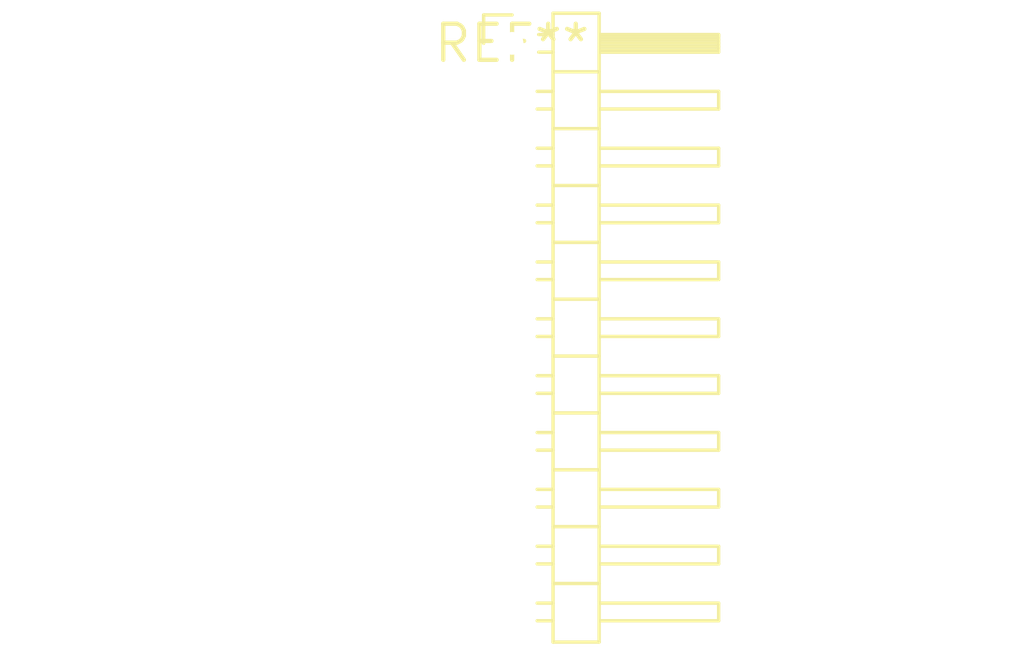
<source format=kicad_pcb>
(kicad_pcb (version 20240108) (generator pcbnew)
  (layers (0 "F.Cu" signal) (31 "B.Cu" signal) (34 "B.Paste" user) (35 "F.Paste" user) (36 "B.SilkS" user "B.Silkscreen") (37 "F.SilkS" user "F.Silkscreen") (38 "B.Mask" user) (39 "F.Mask" user) (44 "Edge.Cuts" user))
  (net 0 "")
  (footprint "PinHeader_1x11_P2.00mm_Horizontal" (layer "F.Cu") (at 0 0)
    (property "Reference" "REF**")
    (property "Value" "PinHeader_1x11_P2.00mm_Horizontal")
    (fp_line (start -1 -1) (end 0 -1) (layer "F.SilkS") (stroke (width 0.12)))
    (fp_line (start -1 0) (end -1 -1) (layer "F.SilkS") (stroke (width 0.12)))
    (fp_line (start 0.882114 1.69) (end 1.44 1.69) (layer "F.SilkS") (stroke (width 0.12)))
    (fp_line (start 0.882114 2.31) (end 1.44 2.31) (layer "F.SilkS") (stroke (width 0.12)))
    (fp_line (start 0.882114 3.69) (end 1.44 3.69) (layer "F.SilkS") (stroke (width 0.12)))
    (fp_line (start 0.882114 4.31) (end 1.44 4.31) (layer "F.SilkS") (stroke (width 0.12)))
    (fp_line (start 0.882114 5.69) (end 1.44 5.69) (layer "F.SilkS") (stroke (width 0.12)))
    (fp_line (start 0.882114 6.31) (end 1.44 6.31) (layer "F.SilkS") (stroke (width 0.12)))
    (fp_line (start 0.882114 7.69) (end 1.44 7.69) (layer "F.SilkS") (stroke (width 0.12)))
    (fp_line (start 0.882114 8.31) (end 1.44 8.31) (layer "F.SilkS") (stroke (width 0.12)))
    (fp_line (start 0.882114 9.69) (end 1.44 9.69) (layer "F.SilkS") (stroke (width 0.12)))
    (fp_line (start 0.882114 10.31) (end 1.44 10.31) (layer "F.SilkS") (stroke (width 0.12)))
    (fp_line (start 0.882114 11.69) (end 1.44 11.69) (layer "F.SilkS") (stroke (width 0.12)))
    (fp_line (start 0.882114 12.31) (end 1.44 12.31) (layer "F.SilkS") (stroke (width 0.12)))
    (fp_line (start 0.882114 13.69) (end 1.44 13.69) (layer "F.SilkS") (stroke (width 0.12)))
    (fp_line (start 0.882114 14.31) (end 1.44 14.31) (layer "F.SilkS") (stroke (width 0.12)))
    (fp_line (start 0.882114 15.69) (end 1.44 15.69) (layer "F.SilkS") (stroke (width 0.12)))
    (fp_line (start 0.882114 16.31) (end 1.44 16.31) (layer "F.SilkS") (stroke (width 0.12)))
    (fp_line (start 0.882114 17.69) (end 1.44 17.69) (layer "F.SilkS") (stroke (width 0.12)))
    (fp_line (start 0.882114 18.31) (end 1.44 18.31) (layer "F.SilkS") (stroke (width 0.12)))
    (fp_line (start 0.882114 19.69) (end 1.44 19.69) (layer "F.SilkS") (stroke (width 0.12)))
    (fp_line (start 0.882114 20.31) (end 1.44 20.31) (layer "F.SilkS") (stroke (width 0.12)))
    (fp_line (start 0.935 -0.31) (end 1.44 -0.31) (layer "F.SilkS") (stroke (width 0.12)))
    (fp_line (start 0.935 0.31) (end 1.44 0.31) (layer "F.SilkS") (stroke (width 0.12)))
    (fp_line (start 1.44 -1.06) (end 1.44 21.06) (layer "F.SilkS") (stroke (width 0.12)))
    (fp_line (start 1.44 1) (end 3.06 1) (layer "F.SilkS") (stroke (width 0.12)))
    (fp_line (start 1.44 3) (end 3.06 3) (layer "F.SilkS") (stroke (width 0.12)))
    (fp_line (start 1.44 5) (end 3.06 5) (layer "F.SilkS") (stroke (width 0.12)))
    (fp_line (start 1.44 7) (end 3.06 7) (layer "F.SilkS") (stroke (width 0.12)))
    (fp_line (start 1.44 9) (end 3.06 9) (layer "F.SilkS") (stroke (width 0.12)))
    (fp_line (start 1.44 11) (end 3.06 11) (layer "F.SilkS") (stroke (width 0.12)))
    (fp_line (start 1.44 13) (end 3.06 13) (layer "F.SilkS") (stroke (width 0.12)))
    (fp_line (start 1.44 15) (end 3.06 15) (layer "F.SilkS") (stroke (width 0.12)))
    (fp_line (start 1.44 17) (end 3.06 17) (layer "F.SilkS") (stroke (width 0.12)))
    (fp_line (start 1.44 19) (end 3.06 19) (layer "F.SilkS") (stroke (width 0.12)))
    (fp_line (start 1.44 21.06) (end 3.06 21.06) (layer "F.SilkS") (stroke (width 0.12)))
    (fp_line (start 3.06 -1.06) (end 1.44 -1.06) (layer "F.SilkS") (stroke (width 0.12)))
    (fp_line (start 3.06 -0.31) (end 7.26 -0.31) (layer "F.SilkS") (stroke (width 0.12)))
    (fp_line (start 3.06 -0.25) (end 7.26 -0.25) (layer "F.SilkS") (stroke (width 0.12)))
    (fp_line (start 3.06 -0.13) (end 7.26 -0.13) (layer "F.SilkS") (stroke (width 0.12)))
    (fp_line (start 3.06 -0.01) (end 7.26 -0.01) (layer "F.SilkS") (stroke (width 0.12)))
    (fp_line (start 3.06 0.11) (end 7.26 0.11) (layer "F.SilkS") (stroke (width 0.12)))
    (fp_line (start 3.06 0.23) (end 7.26 0.23) (layer "F.SilkS") (stroke (width 0.12)))
    (fp_line (start 3.06 1.69) (end 7.26 1.69) (layer "F.SilkS") (stroke (width 0.12)))
    (fp_line (start 3.06 3.69) (end 7.26 3.69) (layer "F.SilkS") (stroke (width 0.12)))
    (fp_line (start 3.06 5.69) (end 7.26 5.69) (layer "F.SilkS") (stroke (width 0.12)))
    (fp_line (start 3.06 7.69) (end 7.26 7.69) (layer "F.SilkS") (stroke (width 0.12)))
    (fp_line (start 3.06 9.69) (end 7.26 9.69) (layer "F.SilkS") (stroke (width 0.12)))
    (fp_line (start 3.06 11.69) (end 7.26 11.69) (layer "F.SilkS") (stroke (width 0.12)))
    (fp_line (start 3.06 13.69) (end 7.26 13.69) (layer "F.SilkS") (stroke (width 0.12)))
    (fp_line (start 3.06 15.69) (end 7.26 15.69) (layer "F.SilkS") (stroke (width 0.12)))
    (fp_line (start 3.06 17.69) (end 7.26 17.69) (layer "F.SilkS") (stroke (width 0.12)))
    (fp_line (start 3.06 19.69) (end 7.26 19.69) (layer "F.SilkS") (stroke (width 0.12)))
    (fp_line (start 3.06 21.06) (end 3.06 -1.06) (layer "F.SilkS") (stroke (width 0.12)))
    (fp_line (start 7.26 -0.31) (end 7.26 0.31) (layer "F.SilkS") (stroke (width 0.12)))
    (fp_line (start 7.26 0.31) (end 3.06 0.31) (layer "F.SilkS") (stroke (width 0.12)))
    (fp_line (start 7.26 1.69) (end 7.26 2.31) (layer "F.SilkS") (stroke (width 0.12)))
    (fp_line (start 7.26 2.31) (end 3.06 2.31) (layer "F.SilkS") (stroke (width 0.12)))
    (fp_line (start 7.26 3.69) (end 7.26 4.31) (layer "F.SilkS") (stroke (width 0.12)))
    (fp_line (start 7.26 4.31) (end 3.06 4.31) (layer "F.SilkS") (stroke (width 0.12)))
    (fp_line (start 7.26 5.69) (end 7.26 6.31) (layer "F.SilkS") (stroke (width 0.12)))
    (fp_line (start 7.26 6.31) (end 3.06 6.31) (layer "F.SilkS") (stroke (width 0.12)))
    (fp_line (start 7.26 7.69) (end 7.26 8.31) (layer "F.SilkS") (stroke (width 0.12)))
    (fp_line (start 7.26 8.31) (end 3.06 8.31) (layer "F.SilkS") (stroke (width 0.12)))
    (fp_line (start 7.26 9.69) (end 7.26 10.31) (layer "F.SilkS") (stroke (width 0.12)))
    (fp_line (start 7.26 10.31) (end 3.06 10.31) (layer "F.SilkS") (stroke (width 0.12)))
    (fp_line (start 7.26 11.69) (end 7.26 12.31) (layer "F.SilkS") (stroke (width 0.12)))
    (fp_line (start 7.26 12.31) (end 3.06 12.31) (layer "F.SilkS") (stroke (width 0.12)))
    (fp_line (start 7.26 13.69) (end 7.26 14.31) (layer "F.SilkS") (stroke (width 0.12)))
    (fp_line (start 7.26 14.31) (end 3.06 14.31) (layer "F.SilkS") (stroke (width 0.12)))
    (fp_line (start 7.26 15.69) (end 7.26 16.31) (layer "F.SilkS") (stroke (width 0.12)))
    (fp_line (start 7.26 16.31) (end 3.06 16.31) (layer "F.SilkS") (stroke (width 0.12)))
    (fp_line (start 7.26 17.69) (end 7.26 18.31) (layer "F.SilkS") (stroke (width 0.12)))
    (fp_line (start 7.26 18.31) (end 3.06 18.31) (layer "F.SilkS") (stroke (width 0.12)))
    (fp_line (start 7.26 19.69) (end 7.26 20.31) (layer "F.SilkS") (stroke (width 0.12)))
    (fp_line (start 7.26 20.31) (end 3.06 20.31) (layer "F.SilkS") (stroke (width 0.12)))
    (pad "1" thru_hole rect (at 0 0) (size 1.35 1.35) (drill 0.8) (layers *.Cu *.Mask) (remove_unused_layers))
    (pad "2" thru_hole oval (at 0 2) (size 1.35 1.35) (drill 0.8) (layers *.Cu *.Mask) (remove_unused_layers))
    (pad "3" thru_hole oval (at 0 4) (size 1.35 1.35) (drill 0.8) (layers *.Cu *.Mask) (remove_unused_layers))
    (pad "4" thru_hole oval (at 0 6) (size 1.35 1.35) (drill 0.8) (layers *.Cu *.Mask) (remove_unused_layers))
    (pad "5" thru_hole oval (at 0 8) (size 1.35 1.35) (drill 0.8) (layers *.Cu *.Mask) (remove_unused_layers))
    (pad "6" thru_hole oval (at 0 10) (size 1.35 1.35) (drill 0.8) (layers *.Cu *.Mask) (remove_unused_layers))
    (pad "7" thru_hole oval (at 0 12) (size 1.35 1.35) (drill 0.8) (layers *.Cu *.Mask) (remove_unused_layers))
    (pad "8" thru_hole oval (at 0 14) (size 1.35 1.35) (drill 0.8) (layers *.Cu *.Mask) (remove_unused_layers))
    (pad "9" thru_hole oval (at 0 16) (size 1.35 1.35) (drill 0.8) (layers *.Cu *.Mask) (remove_unused_layers))
    (pad "10" thru_hole oval (at 0 18) (size 1.35 1.35) (drill 0.8) (layers *.Cu *.Mask) (remove_unused_layers))
    (pad "11" thru_hole oval (at 0 20) (size 1.35 1.35) (drill 0.8) (layers *.Cu *.Mask) (remove_unused_layers))
  )
)
</source>
